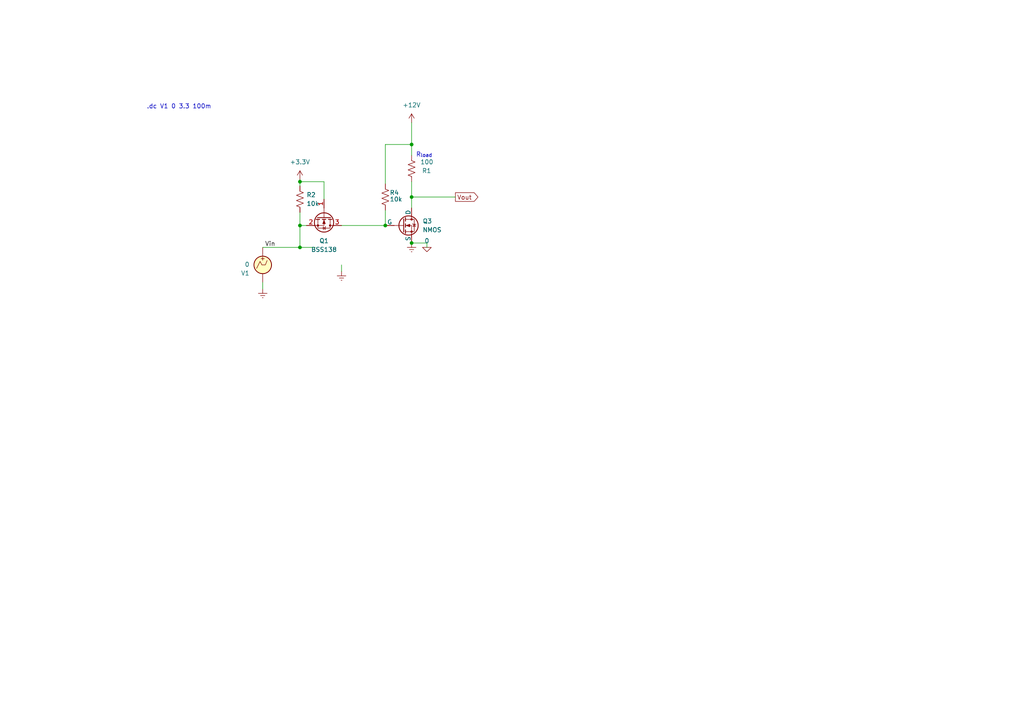
<source format=kicad_sch>
(kicad_sch (version 20230121) (generator eeschema)
  (paper "A4")
  (lib_symbols
    (symbol "Device:R_US" (pin_numbers hide) (pin_names (offset 0))
      (property "Reference" "R" (at 2.54 0 90))
      (property "Value" "R_US" (at -2.54 0 90))
      (symbol "R_US_0_1"
        (polyline (pts (xy 0 -2.286) (xy 0 -2.54)))
        (polyline (pts (xy 0 2.286) (xy 0 2.54)))
        (polyline (pts (xy 0 -0.762) (xy 1.016 -1.143) (xy 0 -1.524) (xy -1.016 -1.905) (xy 0 -2.286)))
        (polyline (pts (xy 0 0.762) (xy 1.016 0.381) (xy 0 0) (xy -1.016 -0.381) (xy 0 -0.762)))
        (polyline (pts (xy 0 2.286) (xy 1.016 1.905) (xy 0 1.524) (xy -1.016 1.143) (xy 0 0.762)))
      )
      (symbol "R_US_1_1"
        (pin passive line (at 0 3.81 270) (length 1.27) (name "~") (number "1"))
        (pin passive line (at 0 -3.81 90) (length 1.27) (name "~") (number "2"))
      )
    )
    (symbol "Simulation_SPICE:0" (power) (pin_names (offset 0))
      (property "Value" "0" (at 0 -1.778 0))
      (symbol "0_0_1"
        (polyline (pts (xy -1.27 0) (xy 0 -1.27) (xy 1.27 0) (xy -1.27 0)))
      )
      (symbol "0_1_1"
        (pin power_in line (at 0 0 0) (length 0) hide (name "0") (number "1"))
      )
    )
    (symbol "Simulation_SPICE:NMOS" (pin_numbers hide) (pin_names (offset 0))
      (property "Reference" "Q" (at 5.08 1.27 0))
      (property "Value" "NMOS" (at 5.08 -1.27 0))
      (symbol "NMOS_0_1"
        (polyline (pts (xy 0.254 0) (xy -2.54 0)))
        (polyline (pts (xy 0.254 1.905) (xy 0.254 -1.905)) (stroke (width 0.254)))
        (polyline (pts (xy 0.762 -1.27) (xy 0.762 -2.286)) (stroke (width 0.254)))
        (polyline (pts (xy 0.762 0.508) (xy 0.762 -0.508)) (stroke (width 0.254)))
        (polyline (pts (xy 0.762 2.286) (xy 0.762 1.27)) (stroke (width 0.254)))
        (polyline (pts (xy 2.54 2.54) (xy 2.54 1.778)))
        (polyline (pts (xy 2.54 -2.54) (xy 2.54 0) (xy 0.762 0)))
        (polyline (pts (xy 0.762 -1.778) (xy 3.302 -1.778) (xy 3.302 1.778) (xy 0.762 1.778)))
        (polyline (pts (xy 1.016 0) (xy 2.032 0.381) (xy 2.032 -0.381) (xy 1.016 0)) (fill (type outline)))
        (polyline (pts (xy 2.794 0.508) (xy 2.921 0.381) (xy 3.683 0.381) (xy 3.81 0.254)))
        (polyline (pts (xy 3.302 0.381) (xy 2.921 -0.254) (xy 3.683 -0.254) (xy 3.302 0.381)))
        (circle (center 1.651 0) (radius 2.794) (stroke (width 0.254)))
        (circle (center 2.54 -1.778) (radius 0.254) (fill (type outline)))
        (circle (center 2.54 1.778) (radius 0.254) (fill (type outline)))
      )
      (symbol "NMOS_1_1"
        (pin passive line (at 2.54 5.08 270) (length 2.54) (name "D") (number "1"))
        (pin input line (at -5.08 0 0) (length 2.54) (name "G") (number "2"))
        (pin passive line (at 2.54 -5.08 90) (length 2.54) (name "S") (number "3"))
      )
    )
    (symbol "Simulation_SPICE:VPWL" (pin_numbers hide) (pin_names (offset 0.0254))
      (property "Reference" "V" (at 2.54 2.54 0))
      (property "Value" "VPWL" (at 2.54 0 0))
      (property "Sim.Params" "pwl=\"0 -1 50n -1 51n 0 97n 1 171n -1 200n -1\"" (at 2.54 -2.54 0))
      (symbol "VPWL_0_0"
        (polyline (pts (xy -1.778 -1.016) (xy -0.762 1.016) (xy -0.254 0) (xy 0.762 0) (xy 1.27 1.27)))
        (text "+" (at 0 1.905 0) (effects (font (size 1.27 1.27))))
      )
      (symbol "VPWL_0_1"
        (circle (center 0 0) (radius 2.54) (stroke (width 0.254)) (fill (type background)))
      )
      (symbol "VPWL_1_1"
        (pin passive line (at 0 5.08 270) (length 2.54) (name "~") (number "1"))
        (pin passive line (at 0 -5.08 90) (length 2.54) (name "~") (number "2"))
      )
    )
    (symbol "Transistor_FET:BSS138" (pin_names hide)
      (property "Reference" "Q" (at 5.08 1.905 0))
      (property "Value" "BSS138" (at 5.08 0 0))
      (symbol "BSS138_0_1"
        (polyline (pts (xy 0.254 0) (xy -2.54 0)))
        (polyline (pts (xy 0.254 1.905) (xy 0.254 -1.905)) (stroke (width 0.254)))
        (polyline (pts (xy 0.762 -1.27) (xy 0.762 -2.286)) (stroke (width 0.254)))
        (polyline (pts (xy 0.762 0.508) (xy 0.762 -0.508)) (stroke (width 0.254)))
        (polyline (pts (xy 0.762 2.286) (xy 0.762 1.27)) (stroke (width 0.254)))
        (polyline (pts (xy 2.54 2.54) (xy 2.54 1.778)))
        (polyline (pts (xy 2.54 -2.54) (xy 2.54 0) (xy 0.762 0)))
        (polyline (pts (xy 0.762 -1.778) (xy 3.302 -1.778) (xy 3.302 1.778) (xy 0.762 1.778)))
        (polyline (pts (xy 1.016 0) (xy 2.032 0.381) (xy 2.032 -0.381) (xy 1.016 0)) (fill (type outline)))
        (polyline (pts (xy 2.794 0.508) (xy 2.921 0.381) (xy 3.683 0.381) (xy 3.81 0.254)))
        (polyline (pts (xy 3.302 0.381) (xy 2.921 -0.254) (xy 3.683 -0.254) (xy 3.302 0.381)))
        (circle (center 1.651 0) (radius 2.794) (stroke (width 0.254)))
        (circle (center 2.54 -1.778) (radius 0.254) (fill (type outline)))
        (circle (center 2.54 1.778) (radius 0.254) (fill (type outline)))
      )
      (symbol "BSS138_1_1"
        (pin input line (at -5.08 0 0) (length 2.54) (name "G") (number "1"))
        (pin passive line (at 2.54 -5.08 90) (length 2.54) (name "S") (number "2"))
        (pin passive line (at 2.54 5.08 270) (length 2.54) (name "D") (number "3"))
      )
    )
    (symbol "power:+12V" (power) (pin_names (offset 0))
      (property "Value" "+12V" (at 0 3.556 0))
      (symbol "+12V_0_1"
        (polyline (pts (xy -0.762 1.27) (xy 0 2.54)))
        (polyline (pts (xy 0 0) (xy 0 2.54)))
        (polyline (pts (xy 0 2.54) (xy 0.762 1.27)))
      )
      (symbol "+12V_1_1"
        (pin power_in line (at 0 0 90) (length 0) hide (name "+12V") (number "1"))
      )
    )
    (symbol "power:+3.3V" (power) (pin_names (offset 0))
      (property "Value" "+3.3V" (at 0 3.556 0))
      (symbol "+3.3V_0_1"
        (polyline (pts (xy -0.762 1.27) (xy 0 2.54)))
        (polyline (pts (xy 0 0) (xy 0 2.54)))
        (polyline (pts (xy 0 2.54) (xy 0.762 1.27)))
      )
      (symbol "+3.3V_1_1"
        (pin power_in line (at 0 0 90) (length 0) hide (name "+3.3V") (number "1"))
      )
    )
    (symbol "power:Earth" (power) (pin_names (offset 0))
      (symbol "Earth_0_1"
        (polyline (pts (xy -0.635 -1.905) (xy 0.635 -1.905)))
        (polyline (pts (xy -0.127 -2.54) (xy 0.127 -2.54)))
        (polyline (pts (xy 0 -1.27) (xy 0 0)))
        (polyline (pts (xy 1.27 -1.27) (xy -1.27 -1.27)))
      )
      (symbol "Earth_1_1"
        (pin power_in line (at 0 0 270) (length 0) hide (name "Earth") (number "1"))
      )
    )
  )
  (junction (at 119.38 57.15))
  (junction (at 119.38 41.91))
  (junction (at 111.76 65.405))
  (junction (at 119.38 70.485))
  (junction (at 86.995 65.405))
  (junction (at 86.995 52.705))
  (junction (at 86.995 71.755))
  (wire (pts (xy 86.995 52.705) (xy 86.995 53.975)))
  (wire (pts (xy 86.995 65.405) (xy 86.995 71.755)))
  (wire (pts (xy 86.995 65.405) (xy 88.9 65.405)))
  (wire (pts (xy 123.825 71.755) (xy 123.825 70.485)))
  (wire (pts (xy 119.38 52.705) (xy 119.38 57.15)))
  (wire (pts (xy 119.38 41.91) (xy 119.38 45.085)))
  (wire (pts (xy 93.98 52.705) (xy 93.98 57.785)))
  (wire (pts (xy 86.995 52.705) (xy 93.98 52.705)))
  (wire (pts (xy 99.06 65.405) (xy 111.76 65.405)))
  (wire (pts (xy 119.38 57.15) (xy 132.08 57.15)))
  (wire (pts (xy 123.825 70.485) (xy 119.38 70.485)))
  (wire (pts (xy 119.38 35.56) (xy 119.38 41.91)))
  (wire (pts (xy 111.76 41.91) (xy 119.38 41.91)))
  (wire (pts (xy 86.995 52.07) (xy 86.995 52.705)))
  (wire (pts (xy 99.06 76.835) (xy 99.06 78.74)))
  (wire (pts (xy 86.995 61.595) (xy 86.995 65.405)))
  (wire (pts (xy 111.76 60.96) (xy 111.76 65.405)))
  (wire (pts (xy 76.2 71.755) (xy 86.995 71.755)))
  (wire (pts (xy 119.38 57.15) (xy 119.38 60.325)))
  (wire (pts (xy 76.2 81.915) (xy 76.2 83.82)))
  (wire (pts (xy 111.76 41.91) (xy 111.76 53.34)))
  (wire (pts (xy 86.995 71.755) (xy 91.44 71.755)))
  (text "R_{load}" (at 120.65 45.72 0) (effects (font (size 1.27 1.27)) (justify left bottom)))
  (text ".dc V1 0 3.3 100m" (at 42.545 31.75 0) (effects (font (size 1.27 1.27)) (justify left bottom)))
  (label "Vin" (at 76.835 71.755 0))
  (global_label "Vout" (shape output) (at 132.08 57.15 0) (property "Intersheetrefs" "${INTERSHEET_REFS}" (effects hide)))
  (symbol (lib_id "Device:R_US") (at 111.76 57.15 0) (unit 1)
    (property "Reference" "R4" (at 113.03 55.88 0) (effects (justify left)))
    (property "Value" "10k" (at 113.03 57.785 0) (effects (justify left)))
    (property "Footprint" "Resistor_SMD:R_0805_2012Metric_Pad1.20x1.40mm_HandSolder" (effects hide))
  )
  (symbol (lib_id "Simulation_SPICE:NMOS") (at 116.84 65.405 0) (unit 1)
    (property "Reference" "Q3" (at 122.555 64.135 0) (effects (justify left)))
    (property "Value" "NMOS" (at 122.555 66.675 0) (effects (justify left)))
    (property "Datasheet" "https://ngspice.sourceforge.io/docs/ngspice-manual.pdf" (effects hide))
    (property "Sim.Device" "NMOS" (effects hide))
    (property "Sim.Type" "VDMOS" (effects hide))
    (property "Sim.Pins" "1=D 2=G 3=S" (effects hide))
  )
  (symbol (lib_id "Transistor_FET:BSS138") (at 93.98 62.865 270) (unit 1)
    (property "Reference" "Q1" (at 93.98 69.85 90))
    (property "Value" "BSS138" (at 93.98 72.39 90))
    (property "Footprint" "Package_TO_SOT_SMD:SOT-23" (effects hide))
    (property "Datasheet" "https://www.onsemi.com/pub/Collateral/BSS138-D.PDF" (effects hide))
    (property "Sim.Device" "PMOS" (effects hide))
    (property "Sim.Type" "MOS1" (effects hide))
    (property "Sim.Pins" "1=D 2=G 3=S" (effects hide))
  )
  (symbol (lib_id "Device:R_US") (at 119.38 48.895 0) (unit 1)
    (property "Reference" "R1" (at 125.095 49.53 0) (effects (justify right)))
    (property "Value" "100" (at 125.73 46.99 0) (effects (justify right)))
    (property "Footprint" "Resistor_SMD:R_0805_2012Metric_Pad1.20x1.40mm_HandSolder" (effects hide))
    (property "LCSC" "C17408" (effects hide))
  )
  (symbol (lib_id "power:Earth") (at 119.38 70.485 0) (unit 1)
    (property "Reference" "#PWR06" (effects hide))
    (property "Value" "Earth" (effects hide))
  )
  (symbol (lib_id "power:Earth") (at 99.06 78.74 0) (unit 1)
    (property "Reference" "#PWR04" (effects hide))
    (property "Value" "Earth" (effects hide))
  )
  (symbol (lib_id "power:Earth") (at 76.2 83.82 0) (unit 1)
    (property "Reference" "#PWR01" (effects hide))
    (property "Value" "Earth" (effects hide))
  )
  (symbol (lib_id "power:+3.3V") (at 86.995 52.07 0) (unit 1)
    (property "Reference" "#PWR03" (effects hide))
    (property "Value" "+3.3V" (at 86.995 46.99 0))
    (property "Sim.Device" "V" (effects hide))
    (property "Sim.Type" "DC" (effects hide))
    (property "Sim.Pins" "1=+" (effects hide))
    (property "Sim.Params" "dc=3.3" (effects hide))
  )
  (symbol (lib_id "Device:R_US") (at 86.995 57.785 180) (unit 1)
    (property "Reference" "R2" (at 88.9 56.515 0) (effects (justify right)))
    (property "Value" "10k" (at 88.9 59.055 0) (effects (justify right)))
    (property "Footprint" "Resistor_SMD:R_0805_2012Metric_Pad1.20x1.40mm_HandSolder" (effects hide))
    (property "LCSC" "C17408" (effects hide))
  )
  (symbol (lib_id "Simulation_SPICE:0") (at 123.825 71.755 0) (unit 1)
    (property "Reference" "#GND01" (effects hide))
    (property "Value" "0" (at 123.825 69.85 0))
  )
  (symbol (lib_id "power:+12V") (at 119.38 35.56 0) (unit 1)
    (property "Reference" "#PWR05" (effects hide))
    (property "Value" "+12V" (at 119.38 30.48 0))
    (property "Sim.Device" "V" (effects hide))
    (property "Sim.Type" "DC" (effects hide))
    (property "Sim.Pins" "1=+" (effects hide))
    (property "Sim.Params" "dc=12" (effects hide))
  )
  (symbol (lib_id "Simulation_SPICE:VPWL") (at 76.2 76.835 0) (unit 1)
    (property "Reference" "V1" (at 72.39 79.2452 0) (effects (justify right)))
    (property "Value" "0" (at 72.39 76.7052 0) (effects (justify right)))
    (property "Sim.Pins" "1=+ 2=-" (effects hide))
    (property "Sim.Device" "V" (effects hide))
    (property "Sim.Type" "DC" (effects hide))
  )
)
</source>
